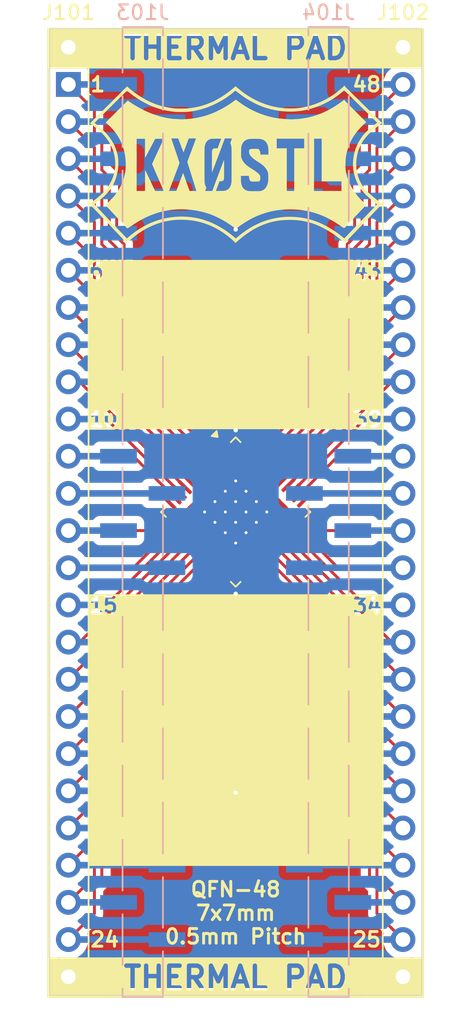
<source format=kicad_pcb>
(kicad_pcb (version 20241229) (generator "pcbnew") (generator_version "9.0")
  (layers (0 "F.Cu" signal) (2 "B.Cu" signal) (13 "F.Paste" user) (15 "B.Paste" user) (5 "F.SilkS" user "F.Silkscreen") (7 "B.SilkS" user "B.Silkscreen") (1 "F.Mask" user) (3 "B.Mask" user) (25 "Edge.Cuts" user))
  (net 0 "")
  (net 1 "/27")
  (net 2 "/10")
  (net 3 "/3")
  (net 4 "/6")
  (net 5 "/8")
  (net 6 "/1")
  (net 7 "/31")
  (net 8 "/7")
  (net 9 "/28")
  (net 10 "/2")
  (net 11 "/32")
  (net 12 "/24")
  (net 13 "/23")
  (net 14 "/19")
  (net 15 "/20")
  (net 16 "/18")
  (net 17 "/9")
  (net 18 "/14")
  (net 19 "/34")
  (net 20 "/26")
  (net 21 "/21")
  (net 22 "/16")
  (net 23 "/29")
  (net 24 "/15")
  (net 25 "/25")
  (net 26 "/30")
  (net 27 "/33")
  (net 28 "/17")
  (net 29 "/5")
  (net 30 "/4")
  (net 31 "/13")
  (net 32 "/12")
  (net 33 "/11")
  (net 34 "/22")
  (net 35 "/43")
  (net 36 "/40")
  (net 37 "/41")
  (net 38 "/48")
  (net 39 "/35")
  (net 40 "/37")
  (net 41 "/49")
  (net 42 "/45")
  (net 43 "/47")
  (net 44 "/39")
  (net 45 "/46")
  (net 46 "/44")
  (net 47 "/42")
  (net 48 "/38")
  (net 49 "/36")
  (footprint "Package_DFN_QFN:QFN-48-1EP_7x7mm_P0.5mm_EP3.5x3.5mm_ThermalVias" (layer "F.Cu") (at 138.43 120.65 -45)
    (property "Reference" "U101" (hide yes))
    (property "Value" "QFN-48")
  )
  (footprint "libraries:LogoSmall" (layer "F.Cu") (at 138.430934 96.897121)
    (property "Reference" "G***" (hide yes))
    (property "Value" "LOGO" (hide yes))
  )
  (footprint "Connector_PinHeader_2.54mm:PinHeader_1x26_P2.54mm_Vertical" (layer "F.Cu") (at 127 88.9)
    (property "Reference" "J101")
    (property "Value" "Conn_01x26")
  )
  (footprint "Connector_PinHeader_2.54mm:PinHeader_1x26_P2.54mm_Vertical" (layer "F.Cu") (at 149.86 88.9)
    (property "Reference" "J102")
    (property "Value" "Conn_01x26")
  )
  (footprint "Connector_PinHeader_2.54mm:PinHeader_1x26_P2.54mm_Vertical_SMD_Pin1Left" (layer "B.Cu") (at 132.08 120.65 180)
    (property "Reference" "J103")
    (property "Value" "Conn_01x26")
  )
  (footprint "Connector_PinHeader_2.54mm:PinHeader_1x26_P2.54mm_Vertical_SMD_Pin1Right" (layer "B.Cu") (at 144.78 120.65 180)
    (property "Reference" "J104")
    (property "Value" "Conn_01x26")
  )
  (gr_rect (start 125.603 151.12975) (end 130.683 153.797) (stroke (width 0.1)) (fill yes) (layer "F.SilkS"))
  (gr_rect (start 130.357355 106.256355) (end 146.453355 114.943355) (stroke (width 0.1)) (fill yes) (layer "F.SilkS"))
  (gr_rect (start 128.397 127.732) (end 148.463 144.78) (stroke (width 0.1)) (fill yes) (layer "F.SilkS"))
  (gr_rect (start 130.36975 89.89085) (end 146.1685 90.29725) (stroke (width 0.1)) (fill yes) (layer "F.SilkS"))
  (gr_rect (start 146.0415 151.12975) (end 151.24 153.797) (stroke (width 0.1)) (fill yes) (layer "F.SilkS"))
  (gr_rect (start 129.7855 87.63) (end 146.72725 87.8586) (stroke (width 0.1)) (fill yes) (layer "F.SilkS"))
  (gr_rect (start 130.4205 151.12975) (end 146.47325 151.3581) (stroke (width 0.1)) (fill yes) (layer "F.SilkS"))
  (gr_rect (start 129.48075 153.3906) (end 147.1845 153.797) (stroke (width 0.1)) (fill yes) (layer "F.SilkS"))
  (gr_rect (start 129.387 103.48) (end 146.483 112.167) (stroke (width 0.1)) (fill yes) (layer "F.SilkS"))
  (gr_rect (start 130.362 126.323) (end 146.418 135.01) (stroke (width 0.1)) (fill yes) (layer "F.SilkS"))
  (gr_rect (start 128.397 104.858) (end 148.463 113.545) (stroke (width 0.1)) (fill yes) (layer "F.SilkS"))
  (gr_rect (start 125.603 87.63) (end 130.683 90.29725) (stroke (width 0.1)) (fill yes) (layer "F.SilkS"))
  (gr_rect (start 146.05425 87.63) (end 151.24 90.29725) (stroke (width 0.1)) (fill yes) (layer "F.SilkS"))
  (gr_rect (start 125.73 87.63) (end 151.13 153.67) (stroke (width 0.05)) (fill no) (layer "Edge.Cuts"))
  (gr_text "34" (at 148.5 127.08 0) (layer "F.SilkS" knockout) (effects (font (size 1 1) (thickness 0.2) (bold yes)) (justify right)))
  (gr_text "48" (at 148.463 91.44 0) (layer "F.SilkS") (effects (font (size 1 1) (thickness 0.2) (bold yes)) (justify right)))
  (gr_text "25" (at 148.463 149.86 0) (layer "F.SilkS") (effects (font (size 1 1) (thickness 0.2) (bold yes)) (justify right)))
  (gr_text "10" (at 128.32 114.33 0) (layer "F.SilkS" knockout) (effects (font (size 1 1) (thickness 0.2) (bold yes)) (justify left)))
  (gr_text "QFN-48\n7x7mm\n0.5mm Pitch" (at 138.43 150.241 0) (layer "F.SilkS") (effects (font (size 1 1) (thickness 0.2) (bold yes)) (justify bottom)))
  (gr_text "43" (at 148.54 104.24 0) (layer "F.SilkS" knockout) (effects (font (size 1 1) (thickness 0.2) (bold yes)) (justify right)))
  (gr_text "15" (at 128.31 127.03 0) (layer "F.SilkS" knockout) (effects (font (size 1 1) (thickness 0.2) (bold yes)) (justify left)))
  (gr_text "THERMAL PAD" (at 138.4215 152.463375 0) (layer "F.SilkS" knockout) (effects (font (size 1.5 1.5) (thickness 0.3))))
  (gr_text "THERMAL PAD" (at 138.4215 88.963625 0) (layer "F.SilkS" knockout) (effects (font (size 1.5 1.5) (thickness 0.3))))
  (gr_text "6" (at 128.3 104.19 0) (layer "F.SilkS" knockout) (effects (font (size 1 1) (thickness 0.2) (bold yes)) (justify left)))
  (gr_text "39" (at 148.55 114.33 0) (layer "F.SilkS" knockout) (effects (font (size 1 1) (thickness 0.2) (bold yes)) (justify right)))
  (gr_text "1" (at 128.397 91.44 0) (layer "F.SilkS") (effects (font (size 1 1) (thickness 0.2) (bold yes)) (justify left)))
  (gr_text "24" (at 128.397 149.86 0) (layer "F.SilkS") (effects (font (size 1 1) (thickness 0.2) (bold yes)) (justify left)))
  (segment (start 146.05 132.08) (end 146.05 133.858) (width 0.2) (layer "F.Cu") (net 1))
  (segment (start 146.05 133.858) (end 146.558 134.366) (width 0.2) (layer "F.Cu") (net 1))
  (segment (start 148.082 141.224) (end 148.082 143.002) (width 0.2) (layer "F.Cu") (net 1))
  (segment (start 147.066 138.43) (end 147.574 138.938) (width 0.2) (layer "F.Cu") (net 1))
  (segment (start 146.558 134.366) (end 146.558 136.144) (width 0.2) (layer "F.Cu") (net 1))
  (segment (start 147.574 140.716) (end 148.082 141.224) (width 0.2) (layer "F.Cu") (net 1))
  (segment (start 146.558 136.144) (end 147.066 136.652) (width 0.2) (layer "F.Cu") (net 1))
  (segment (start 139.632082 124.326955) (end 145.542 130.236873) (width 0.2) (layer "F.Cu") (net 1))
  (segment (start 148.082 143.002) (end 149.86 144.78) (width 0.2) (layer "F.Cu") (net 1))
  (segment (start 145.542 131.572) (end 146.05 132.08) (width 0.2) (layer "F.Cu") (net 1))
  (segment (start 145.542 130.236873) (end 145.542 131.572) (width 0.2) (layer "F.Cu") (net 1))
  (segment (start 147.066 136.652) (end 147.066 138.43) (width 0.2) (layer "F.Cu") (net 1))
  (segment (start 147.574 138.938) (end 147.574 140.716) (width 0.2) (layer "F.Cu") (net 1))
  (segment (start 143.125 144.78) (end 149.86 144.78) (width 0.45) (layer "B.Cu") (net 1))
  (segment (start 134.753045 119.447918) (end 129.605127 114.3) (width 0.2) (layer "F.Cu") (net 2))
  (segment (start 129.605127 114.3) (end 127 114.3) (width 0.2) (layer "F.Cu") (net 2))
  (segment (start 133.735 114.3) (end 127 114.3) (width 0.45) (layer "B.Cu") (net 2))
  (segment (start 130.81 109.22) (end 130.81 107.442) (width 0.2) (layer "F.Cu") (net 3))
  (segment (start 130.81 107.442) (end 130.302 106.934) (width 0.2) (layer "F.Cu") (net 3))
  (segment (start 130.302 106.934) (end 130.302 105.156) (width 0.2) (layer "F.Cu") (net 3))
  (segment (start 129.286 102.362) (end 129.286 100.584) (width 0.2) (layer "F.Cu") (net 3))
  (segment (start 137.227918 116.973045) (end 131.318 111.063127) (width 0.2) (layer "F.Cu") (net 3))
  (segment (start 128.778 98.298) (end 127 96.52) (width 0.2) (layer "F.Cu") (net 3))
  (segment (start 131.318 109.728) (end 130.81 109.22) (width 0.2) (layer "F.Cu") (net 3))
  (segment (start 129.794 104.648) (end 129.794 102.87) (width 0.2) (layer "F.Cu") (net 3))
  (segment (start 128.778 100.076) (end 128.778 98.298) (width 0.2) (layer "F.Cu") (net 3))
  (segment (start 131.318 111.063127) (end 131.318 109.728) (width 0.2) (layer "F.Cu") (net 3))
  (segment (start 130.302 105.156) (end 129.794 104.648) (width 0.2) (layer "F.Cu") (net 3))
  (segment (start 129.286 100.584) (end 128.778 100.076) (width 0.2) (layer "F.Cu") (net 3))
  (segment (start 129.794 102.87) (end 129.286 102.362) (width 0.2) (layer "F.Cu") (net 3))
  (segment (start 127 96.52) (end 130.425 96.52) (width 0.45) (layer "B.Cu") (net 3))
  (segment (start 129.286 108.204) (end 128.778 107.696) (width 0.2) (layer "F.Cu") (net 4))
  (segment (start 128.778 105.918) (end 127 104.14) (width 0.2) (layer "F.Cu") (net 4))
  (segment (start 129.286 109.982) (end 129.286 108.204) (width 0.2) (layer "F.Cu") (net 4))
  (segment (start 128.778 107.696) (end 128.778 105.918) (width 0.2) (layer "F.Cu") (net 4))
  (segment (start 136.167258 118.033705) (end 129.794 111.660447) (width 0.2) (layer "F.Cu") (net 4))
  (segment (start 129.794 111.660447) (end 129.794 110.49) (width 0.2) (layer "F.Cu") (net 4))
  (segment (start 129.794 110.49) (end 129.286 109.982) (width 0.2) (layer "F.Cu") (net 4))
  (segment (start 133.735 104.14) (end 127 104.14) (width 0.45) (layer "B.Cu") (net 4))
  (segment (start 128.778 110.998) (end 127 109.22) (width 0.2) (layer "F.Cu") (net 5))
  (segment (start 128.778 112.05866) (end 128.778 110.998) (width 0.2) (layer "F.Cu") (net 5))
  (segment (start 135.460152 118.740812) (end 128.778 112.05866) (width 0.2) (layer "F.Cu") (net 5))
  (segment (start 133.735 109.22) (end 127 109.22) (width 0.45) (layer "B.Cu") (net 5))
  (segment (start 130.302 101.854) (end 130.302 100.076) (width 0.2) (layer "F.Cu") (net 6))
  (segment (start 129.794 97.79) (end 129.286 97.282) (width 0.2) (layer "F.Cu") (net 6))
  (segment (start 132.334 109.22) (end 131.826 108.712) (width 0.2) (layer "F.Cu") (net 6))
  (segment (start 132.334 110.664913) (end 132.334 109.22) (width 0.2) (layer "F.Cu") (net 6))
  (segment (start 129.286 95.504) (end 128.778 94.996) (width 0.2) (layer "F.Cu") (net 6))
  (segment (start 128.778 93.218) (end 127 91.44) (width 0.2) (layer "F.Cu") (net 6))
  (segment (start 131.318 104.648) (end 130.81 104.14) (width 0.2) (layer "F.Cu") (net 6))
  (segment (start 128.778 94.996) (end 128.778 93.218) (width 0.2) (layer "F.Cu") (net 6))
  (segment (start 130.81 102.362) (end 130.302 101.854) (width 0.2) (layer "F.Cu") (net 6))
  (segment (start 137.935025 116.265938) (end 132.334 110.664913) (width 0.2) (layer "F.Cu") (net 6))
  (segment (start 129.286 97.282) (end 129.286 95.504) (width 0.2) (layer "F.Cu") (net 6))
  (segment (start 130.81 104.14) (end 130.81 102.362) (width 0.2) (layer "F.Cu") (net 6))
  (segment (start 131.826 106.934) (end 131.318 106.426) (width 0.2) (layer "F.Cu") (net 6))
  (segment (start 131.826 108.712) (end 131.826 106.934) (width 0.2) (layer "F.Cu") (net 6))
  (segment (start 130.302 100.076) (end 129.794 99.568) (width 0.2) (layer "F.Cu") (net 6))
  (segment (start 131.318 106.426) (end 131.318 104.648) (width 0.2) (layer "F.Cu") (net 6))
  (segment (start 129.794 99.568) (end 129.794 97.79) (width 0.2) (layer "F.Cu") (net 6))
  (segment (start 127 91.44) (end 130.425 91.44) (width 0.45) (layer "B.Cu") (net 6))
  (segment (start 147.574 130.556) (end 148.082 131.064) (width 0.2) (layer "F.Cu") (net 7))
  (segment (start 147.574 129.440447) (end 147.574 130.556) (width 0.2) (layer "F.Cu") (net 7))
  (segment (start 148.082 131.064) (end 148.082 132.842) (width 0.2) (layer "F.Cu") (net 7))
  (segment (start 148.082 132.842) (end 149.86 134.62) (width 0.2) (layer "F.Cu") (net 7))
  (segment (start 141.046295 122.912742) (end 147.574 129.440447) (width 0.2) (layer "F.Cu") (net 7))
  (segment (start 143.125 134.62) (end 149.86 134.62) (width 0.45) (layer "B.Cu") (net 7))
  (segment (start 135.813705 118.387258) (end 129.286 111.859553) (width 0.2) (layer "F.Cu") (net 8))
  (segment (start 128.778 110.236) (end 128.778 108.458) (width 0.2) (layer "F.Cu") (net 8))
  (segment (start 128.778 108.458) (end 127 106.68) (width 0.2) (layer "F.Cu") (net 8))
  (segment (start 129.286 110.744) (end 128.778 110.236) (width 0.2) (layer "F.Cu") (net 8))
  (segment (start 129.286 111.859553) (end 129.286 110.744) (width 0.2) (layer "F.Cu") (net 8))
  (segment (start 127 106.68) (end 130.425 106.68) (width 0.45) (layer "B.Cu") (net 8))
  (segment (start 148.082 140.462) (end 149.86 142.24) (width 0.2) (layer "F.Cu") (net 9))
  (segment (start 146.05 131.318) (end 146.558 131.826) (width 0.2) (layer "F.Cu") (net 9))
  (segment (start 148.082 138.684) (end 148.082 140.462) (width 0.2) (layer "F.Cu") (net 9))
  (segment (start 146.558 133.604) (end 147.066 134.112) (width 0.2) (layer "F.Cu") (net 9))
  (segment (start 147.574 136.398) (end 147.574 138.176) (width 0.2) (layer "F.Cu") (net 9))
  (segment (start 147.066 135.89) (end 147.574 136.398) (width 0.2) (layer "F.Cu") (net 9))
  (segment (start 146.558 131.826) (end 146.558 133.604) (width 0.2) (layer "F.Cu") (net 9))
  (segment (start 147.574 138.176) (end 148.082 138.684) (width 0.2) (layer "F.Cu") (net 9))
  (segment (start 139.985635 123.973402) (end 146.05 130.037767) (width 0.2) (layer "F.Cu") (net 9))
  (segment (start 146.05 130.037767) (end 146.05 131.318) (width 0.2) (layer "F.Cu") (net 9))
  (segment (start 147.066 134.112) (end 147.066 135.89) (width 0.2) (layer "F.Cu") (net 9))
  (segment (start 149.86 142.24) (end 146.435 142.24) (width 0.45) (layer "B.Cu") (net 9))
  (segment (start 130.302 104.394) (end 130.302 102.616) (width 0.2) (layer "F.Cu") (net 10))
  (segment (start 128.778 95.758) (end 127 93.98) (width 0.2) (layer "F.Cu") (net 10))
  (segment (start 129.794 100.33) (end 129.286 99.822) (width 0.2) (layer "F.Cu") (net 10))
  (segment (start 131.318 108.966) (end 131.318 107.188) (width 0.2) (layer "F.Cu") (net 10))
  (segment (start 131.318 107.188) (end 130.81 106.68) (width 0.2) (layer "F.Cu") (net 10))
  (segment (start 130.81 104.902) (end 130.302 104.394) (width 0.2) (layer "F.Cu") (net 10))
  (segment (start 137.581472 116.619491) (end 131.826 110.864019) (width 0.2) (layer "F.Cu") (net 10))
  (segment (start 128.778 97.536) (end 128.778 95.758) (width 0.2) (layer "F.Cu") (net 10))
  (segment (start 130.302 102.616) (end 129.794 102.108) (width 0.2) (layer "F.Cu") (net 10))
  (segment (start 129.286 99.822) (end 129.286 98.044) (width 0.2) (layer "F.Cu") (net 10))
  (segment (start 129.794 102.108) (end 129.794 100.33) (width 0.2) (layer "F.Cu") (net 10))
  (segment (start 129.286 98.044) (end 128.778 97.536) (width 0.2) (layer "F.Cu") (net 10))
  (segment (start 131.826 109.474) (end 131.318 108.966) (width 0.2) (layer "F.Cu") (net 10))
  (segment (start 130.81 106.68) (end 130.81 104.902) (width 0.2) (layer "F.Cu") (net 10))
  (segment (start 131.826 110.864019) (end 131.826 109.474) (width 0.2) (layer "F.Cu") (net 10))
  (segment (start 133.735 93.98) (end 127 93.98) (width 0.45) (layer "B.Cu") (net 10))
  (segment (start 148.082 129.24134) (end 148.082 130.302) (width 0.2) (layer "F.Cu") (net 11))
  (segment (start 148.082 130.302) (end 149.86 132.08) (width 0.2) (layer "F.Cu") (net 11))
  (segment (start 141.399848 122.559188) (end 148.082 129.24134) (width 0.2) (layer "F.Cu") (net 11))
  (segment (start 149.86 132.08) (end 146.435 132.08) (width 0.45) (layer "B.Cu") (net 11))
  (segment (start 132.334 130.635087) (end 132.334 132.08) (width 0.2) (layer "F.Cu") (net 12))
  (segment (start 128.778 146.304) (end 128.778 148.082) (width 0.2) (layer "F.Cu") (net 12))
  (segment (start 130.302 139.446) (end 130.302 141.224) (width 0.2) (layer "F.Cu") (net 12))
  (segment (start 129.286 145.796) (end 128.778 146.304) (width 0.2) (layer "F.Cu") (net 12))
  (segment (start 132.334 132.08) (end 131.826 132.588) (width 0.2) (layer "F.Cu") (net 12))
  (segment (start 130.81 137.16) (end 130.81 138.938) (width 0.2) (layer "F.Cu") (net 12))
  (segment (start 131.318 136.652) (end 130.81 137.16) (width 0.2) (layer "F.Cu") (net 12))
  (segment (start 129.794 141.732) (end 129.794 143.51) (width 0.2) (layer "F.Cu") (net 12))
  (segment (start 129.286 144.018) (end 129.286 145.796) (width 0.2) (layer "F.Cu") (net 12))
  (segment (start 130.302 141.224) (end 129.794 141.732) (width 0.2) (layer "F.Cu") (net 12))
  (segment (start 131.318 134.874) (end 131.318 136.652) (width 0.2) (layer "F.Cu") (net 12))
  (segment (start 131.826 132.588) (end 131.826 134.366) (width 0.2) (layer "F.Cu") (net 12))
  (segment (start 130.81 138.938) (end 130.302 139.446) (width 0.2) (layer "F.Cu") (net 12))
  (segment (start 128.778 148.082) (end 127 149.86) (width 0.2) (layer "F.Cu") (net 12))
  (segment (start 129.794 143.51) (end 129.286 144.018) (width 0.2) (layer "F.Cu") (net 12))
  (segment (start 131.826 134.366) (end 131.318 134.874) (width 0.2) (layer "F.Cu") (net 12))
  (segment (start 137.935025 125.034062) (end 132.334 130.635087) (width 0.2) (layer "F.Cu") (net 12))
  (segment (start 127 149.86) (end 133.735 149.86) (width 0.45) (layer "B.Cu") (net 12))
  (segment (start 131.318 134.112) (end 130.81 134.62) (width 0.2) (layer "F.Cu") (net 13))
  (segment (start 129.794 140.97) (end 129.286 141.478) (width 0.2) (layer "F.Cu") (net 13))
  (segment (start 130.302 136.906) (end 130.302 138.684) (width 0.2) (layer "F.Cu") (net 13))
  (segment (start 129.286 143.256) (end 128.778 143.764) (width 0.2) (layer "F.Cu") (net 13))
  (segment (start 131.318 132.334) (end 131.318 134.112) (width 0.2) (layer "F.Cu") (net 13))
  (segment (start 129.794 139.192) (end 129.794 140.97) (width 0.2) (layer "F.Cu") (net 13))
  (segment (start 131.826 130.435981) (end 131.826 131.826) (width 0.2) (layer "F.Cu") (net 13))
  (segment (start 128.778 145.542) (end 127 147.32) (width 0.2) (layer "F.Cu") (net 13))
  (segment (start 130.81 134.62) (end 130.81 136.398) (width 0.2) (layer "F.Cu") (net 13))
  (segment (start 129.286 141.478) (end 129.286 143.256) (width 0.2) (layer "F.Cu") (net 13))
  (segment (start 137.581472 124.680509) (end 131.826 130.435981) (width 0.2) (layer "F.Cu") (net 13))
  (segment (start 128.778 143.764) (end 128.778 145.542) (width 0.2) (layer "F.Cu") (net 13))
  (segment (start 130.81 136.398) (end 130.302 136.906) (width 0.2) (layer "F.Cu") (net 13))
  (segment (start 130.302 138.684) (end 129.794 139.192) (width 0.2) (layer "F.Cu") (net 13))
  (segment (start 131.826 131.826) (end 131.318 132.334) (width 0.2) (layer "F.Cu") (net 13))
  (segment (start 130.425 147.32) (end 127 147.32) (width 0.45) (layer "B.Cu") (net 13))
  (segment (start 129.286 131.318) (end 129.286 133.096) (width 0.2) (layer "F.Cu") (net 14))
  (segment (start 128.778 133.604) (end 128.778 135.382) (width 0.2) (layer "F.Cu") (net 14))
  (segment (start 129.794 129.639553) (end 129.794 130.81) (width 0.2) (layer "F.Cu") (net 14))
  (segment (start 129.794 130.81) (end 129.286 131.318) (width 0.2) (layer "F.Cu") (net 14))
  (segment (start 128.778 135.382) (end 127 137.16) (width 0.2) (layer "F.Cu") (net 14))
  (segment (start 129.286 133.096) (end 128.778 133.604) (width 0.2) (layer "F.Cu") (net 14))
  (segment (start 136.167258 123.266295) (end 129.794 129.639553) (width 0.2) (layer "F.Cu") (net 14))
  (segment (start 127 137.16) (end 130.425 137.16) (width 0.45) (layer "B.Cu") (net 14))
  (segment (start 129.794 131.572) (end 129.794 133.35) (width 0.2) (layer "F.Cu") (net 15))
  (segment (start 129.286 135.636) (end 128.778 136.144) (width 0.2) (layer "F.Cu") (net 15))
  (segment (start 130.302 131.064) (end 129.794 131.572) (width 0.2) (layer "F.Cu") (net 15))
  (segment (start 128.778 137.922) (end 127 139.7) (width 0.2) (layer "F.Cu") (net 15))
  (segment (start 129.286 133.858) (end 129.286 135.636) (width 0.2) (layer "F.Cu") (net 15))
  (segment (start 136.520812 123.619848) (end 130.302 129.83866) (width 0.2) (layer "F.Cu") (net 15))
  (segment (start 129.794 133.35) (end 129.286 133.858) (width 0.2) (layer "F.Cu") (net 15))
  (segment (start 130.302 129.83866) (end 130.302 131.064) (width 0.2) (layer "F.Cu") (net 15))
  (segment (start 128.778 136.144) (end 128.778 137.922) (width 0.2) (layer "F.Cu") (net 15))
  (segment (start 133.735 139.7) (end 127 139.7) (width 0.45) (layer "B.Cu") (net 15))
  (segment (start 135.813705 122.912742) (end 129.286 129.440447) (width 0.2) (layer "F.Cu") (net 16))
  (segment (start 129.286 130.556) (end 128.778 131.064) (width 0.2) (layer "F.Cu") (net 16))
  (segment (start 128.778 131.064) (end 128.778 132.842) (width 0.2) (layer "F.Cu") (net 16))
  (segment (start 129.286 129.440447) (end 129.286 130.556) (width 0.2) (layer "F.Cu") (net 16))
  (segment (start 128.778 132.842) (end 127 134.62) (width 0.2) (layer "F.Cu") (net 16))
  (segment (start 133.735 134.62) (end 127 134.62) (width 0.45) (layer "B.Cu") (net 16))
  (segment (start 127.772233 111.76) (end 127 111.76) (width 0.2) (layer "F.Cu") (net 17))
  (segment (start 135.106598 119.094365) (end 127.772233 111.76) (width 0.2) (layer "F.Cu") (net 17))
  (segment (start 127 111.76) (end 130.425 111.76) (width 0.45) (layer "B.Cu") (net 17))
  (segment (start 134.399491 121.498528) (end 131.438019 124.46) (width 0.2) (layer "F.Cu") (net 18))
  (segment (start 131.438019 124.46) (end 127 124.46) (width 0.2) (layer "F.Cu") (net 18))
  (segment (start 133.735 124.46) (end 127 124.46) (width 0.45) (layer "B.Cu") (net 18))
  (segment (start 147.254873 127) (end 149.86 127) (width 0.2) (layer "F.Cu") (net 19))
  (segment (start 142.106955 121.852082) (end 147.254873 127) (width 0.2) (layer "F.Cu") (net 19))
  (segment (start 149.86 127) (end 146.435 127) (width 0.45) (layer "B.Cu") (net 19))
  (segment (start 139.278528 124.680509) (end 145.034 130.435981) (width 0.2) (layer "F.Cu") (net 20))
  (segment (start 145.034 131.826) (end 145.542 132.334) (width 0.2) (layer "F.Cu") (net 20))
  (segment (start 147.066 139.192) (end 147.066 140.97) (width 0.2) (layer "F.Cu") (net 20))
  (segment (start 146.558 138.684) (end 147.066 139.192) (width 0.2) (layer "F.Cu") (net 20))
  (segment (start 146.558 136.906) (end 146.558 138.684) (width 0.2) (layer "F.Cu") (net 20))
  (segment (start 145.034 130.435981) (end 145.034 131.826) (width 0.2) (layer "F.Cu") (net 20))
  (segment (start 148.082 145.542) (end 149.86 147.32) (width 0.2) (layer "F.Cu") (net 20))
  (segment (start 146.05 136.398) (end 146.558 136.906) (width 0.2) (layer "F.Cu") (net 20))
  (segment (start 148.082 143.764) (end 148.082 145.542) (width 0.2) (layer "F.Cu") (net 20))
  (segment (start 147.574 141.478) (end 147.574 143.256) (width 0.2) (layer "F.Cu") (net 20))
  (segment (start 146.05 134.62) (end 146.05 136.398) (width 0.2) (layer "F.Cu") (net 20))
  (segment (start 147.066 140.97) (end 147.574 141.478) (width 0.2) (layer "F.Cu") (net 20))
  (segment (start 145.542 134.112) (end 146.05 134.62) (width 0.2) (layer "F.Cu") (net 20))
  (segment (start 145.542 132.334) (end 145.542 134.112) (width 0.2) (layer "F.Cu") (net 20))
  (segment (start 147.574 143.256) (end 148.082 143.764) (width 0.2) (layer "F.Cu") (net 20))
  (segment (start 149.86 147.32) (end 146.435 147.32) (width 0.45) (layer "B.Cu") (net 20))
  (segment (start 130.81 130.037767) (end 130.81 131.318) (width 0.2) (layer "F.Cu") (net 21))
  (segment (start 129.794 135.89) (end 129.286 136.398) (width 0.2) (layer "F.Cu") (net 21))
  (segment (start 130.302 131.826) (end 130.302 133.604) (width 0.2) (layer "F.Cu") (net 21))
  (segment (start 130.81 131.318) (end 130.302 131.826) (width 0.2) (layer "F.Cu") (net 21))
  (segment (start 129.286 138.176) (end 128.778 138.684) (width 0.2) (layer "F.Cu") (net 21))
  (segment (start 136.874365 123.973402) (end 130.81 130.037767) (width 0.2) (layer "F.Cu") (net 21))
  (segment (start 128.778 140.462) (end 127 142.24) (width 0.2) (layer "F.Cu") (net 21))
  (segment (start 130.302 133.604) (end 129.794 134.112) (width 0.2) (layer "F.Cu") (net 21))
  (segment (start 129.286 136.398) (end 129.286 138.176) (width 0.2) (layer "F.Cu") (net 21))
  (segment (start 128.778 138.684) (end 128.778 140.462) (width 0.2) (layer "F.Cu") (net 21))
  (segment (start 129.794 134.112) (end 129.794 135.89) (width 0.2) (layer "F.Cu") (net 21))
  (segment (start 127 142.24) (end 130.425 142.24) (width 0.45) (layer "B.Cu") (net 21))
  (segment (start 135.106598 122.205635) (end 127.772233 129.54) (width 0.2) (layer "F.Cu") (net 22))
  (segment (start 127.772233 129.54) (end 127 129.54) (width 0.2) (layer "F.Cu") (net 22))
  (segment (start 133.735 129.54) (end 127 129.54) (width 0.45) (layer "B.Cu") (net 22))
  (segment (start 148.082 136.144) (end 148.082 137.922) (width 0.2) (layer "F.Cu") (net 23))
  (segment (start 147.066 131.572) (end 147.066 133.35) (width 0.2) (layer "F.Cu") (net 23))
  (segment (start 148.082 137.922) (end 149.86 139.7) (width 0.2) (layer "F.Cu") (net 23))
  (segment (start 140.339188 123.619848) (end 146.558 129.83866) (width 0.2) (layer "F.Cu") (net 23))
  (segment (start 146.558 131.064) (end 147.066 131.572) (width 0.2) (layer "F.Cu") (net 23))
  (segment (start 147.574 133.858) (end 147.574 135.636) (width 0.2) (layer "F.Cu") (net 23))
  (segment (start 147.066 133.35) (end 147.574 133.858) (width 0.2) (layer "F.Cu") (net 23))
  (segment (start 146.558 129.83866) (end 146.558 131.064) (width 0.2) (layer "F.Cu") (net 23))
  (segment (start 147.574 135.636) (end 148.082 136.144) (width 0.2) (layer "F.Cu") (net 23))
  (segment (start 143.125 139.7) (end 149.86 139.7) (width 0.45) (layer "B.Cu") (net 23))
  (segment (start 134.753045 121.852082) (end 129.605127 127) (width 0.2) (layer "F.Cu") (net 24))
  (segment (start 129.605127 127) (end 127 127) (width 0.2) (layer "F.Cu") (net 24))
  (segment (start 127 127) (end 130.425 127) (width 0.45) (layer "B.Cu") (net 24))
  (segment (start 147.066 141.732) (end 147.066 143.51) (width 0.2) (layer "F.Cu") (net 25))
  (segment (start 145.034 132.588) (end 145.034 134.366) (width 0.2) (layer "F.Cu") (net 25))
  (segment (start 138.924975 125.034062) (end 144.526 130.635087) (width 0.2) (layer "F.Cu") (net 25))
  (segment (start 145.034 134.366) (end 145.542 134.874) (width 0.2) (layer "F.Cu") (net 25))
  (segment (start 148.082 146.304) (end 148.082 148.082) (width 0.2) (layer "F.Cu") (net 25))
  (segment (start 146.05 137.16) (end 146.05 138.938) (width 0.2) (layer "F.Cu") (net 25))
  (segment (start 145.542 134.874) (end 145.542 136.652) (width 0.2) (layer "F.Cu") (net 25))
  (segment (start 148.082 148.082) (end 149.86 149.86) (width 0.2) (layer "F.Cu") (net 25))
  (segment (start 147.574 145.796) (end 148.082 146.304) (width 0.2) (layer "F.Cu") (net 25))
  (segment (start 146.558 139.446) (end 146.558 141.224) (width 0.2) (layer "F.Cu") (net 25))
  (segment (start 144.526 130.635087) (end 144.526 132.08) (width 0.2) (layer "F.Cu") (net 25))
  (segment (start 146.05 138.938) (end 146.558 139.446) (width 0.2) (layer "F.Cu") (net 25))
  (segment (start 147.066 143.51) (end 147.574 144.018) (width 0.2) (layer "F.Cu") (net 25))
  (segment (start 145.542 136.652) (end 146.05 137.16) (width 0.2) (layer "F.Cu") (net 25))
  (segment (start 147.574 144.018) (end 147.574 145.796) (width 0.2) (layer "F.Cu") (net 25))
  (segment (start 146.558 141.224) (end 147.066 141.732) (width 0.2) (layer "F.Cu") (net 25))
  (segment (start 144.526 132.08) (end 145.034 132.588) (width 0.2) (layer "F.Cu") (net 25))
  (segment (start 143.125 149.86) (end 149.86 149.86) (width 0.45) (layer "B.Cu") (net 25))
  (segment (start 147.574 133.096) (end 148.082 133.604) (width 0.2) (layer "F.Cu") (net 26))
  (segment (start 140.692742 123.266295) (end 147.066 129.639553) (width 0.2) (layer "F.Cu") (net 26))
  (segment (start 147.574 131.318) (end 147.574 133.096) (width 0.2) (layer "F.Cu") (net 26))
  (segment (start 148.082 133.604) (end 148.082 135.382) (width 0.2) (layer "F.Cu") (net 26))
  (segment (start 147.066 130.81) (end 147.574 131.318) (width 0.2) (layer "F.Cu") (net 26))
  (segment (start 147.066 129.639553) (end 147.066 130.81) (width 0.2) (layer "F.Cu") (net 26))
  (segment (start 148.082 135.382) (end 149.86 137.16) (width 0.2) (layer "F.Cu") (net 26))
  (segment (start 149.86 137.16) (end 146.435 137.16) (width 0.45) (layer "B.Cu") (net 26))
  (segment (start 141.753402 122.205635) (end 149.087767 129.54) (width 0.2) (layer "F.Cu") (net 27))
  (segment (start 149.087767 129.54) (end 149.86 129.54) (width 0.2) (layer "F.Cu") (net 27))
  (segment (start 143.125 129.54) (end 149.86 129.54) (width 0.45) (layer "B.Cu") (net 27))
  (segment (start 128.778 130.302) (end 127 132.08) (width 0.2) (layer "F.Cu") (net 28))
  (segment (start 128.778 129.24134) (end 128.778 130.302) (width 0.2) (layer "F.Cu") (net 28))
  (segment (start 135.460152 122.559188) (end 128.778 129.24134) (width 0.2) (layer "F.Cu") (net 28))
  (segment (start 127 132.08) (end 130.425 132.08) (width 0.45) (layer "B.Cu") (net 28))
  (segment (start 130.302 110.236) (end 129.794 109.728) (width 0.2) (layer "F.Cu") (net 29))
  (segment (start 129.794 109.728) (end 129.794 107.95) (width 0.2) (layer "F.Cu") (net 29))
  (segment (start 136.520812 117.680152) (end 130.302 111.46134) (width 0.2) (layer "F.Cu") (net 29))
  (segment (start 128.778 105.156) (end 128.778 103.378) (width 0.2) (layer "F.Cu") (net 29))
  (segment (start 128.778 103.378) (end 127 101.6) (width 0.2) (layer "F.Cu") (net 29))
  (segment (start 129.794 107.95) (end 129.286 107.442) (width 0.2) (layer "F.Cu") (net 29))
  (segment (start 130.302 111.46134) (end 130.302 110.236) (width 0.2) (layer "F.Cu") (net 29))
  (segment (start 129.286 107.442) (end 129.286 105.664) (width 0.2) (layer "F.Cu") (net 29))
  (segment (start 129.286 105.664) (end 128.778 105.156) (width 0.2) (layer "F.Cu") (net 29))
  (segment (start 127 101.6) (end 130.425 101.6) (width 0.45) (layer "B.Cu") (net 29))
  (segment (start 130.81 111.262233) (end 130.81 109.982) (width 0.2) (layer "F.Cu") (net 30))
  (segment (start 136.874365 117.326598) (end 130.81 111.262233) (width 0.2) (layer "F.Cu") (net 30))
  (segment (start 130.81 109.982) (end 130.302 109.474) (width 0.2) (layer "F.Cu") (net 30))
  (segment (start 129.286 103.124) (end 128.778 102.616) (width 0.2) (layer "F.Cu") (net 30))
  (segment (start 130.302 107.696) (end 129.794 107.188) (width 0.2) (layer "F.Cu") (net 30))
  (segment (start 129.794 107.188) (end 129.794 105.41) (width 0.2) (layer "F.Cu") (net 30))
  (segment (start 129.794 105.41) (end 129.286 104.902) (width 0.2) (layer "F.Cu") (net 30))
  (segment (start 129.286 104.902) (end 129.286 103.124) (width 0.2) (layer "F.Cu") (net 30))
  (segment (start 128.778 102.616) (end 128.778 100.838) (width 0.2) (layer "F.Cu") (net 30))
  (segment (start 130.302 109.474) (end 130.302 107.696) (width 0.2) (layer "F.Cu") (net 30))
  (segment (start 128.778 100.838) (end 127 99.06) (width 0.2) (layer "F.Cu") (net 30))
  (segment (start 133.735 99.06) (end 127 99.06) (width 0.45) (layer "B.Cu") (net 30))
  (segment (start 134.045938 121.144975) (end 133.270913 121.92) (width 0.2) (layer "F.Cu") (net 31))
  (segment (start 133.270913 121.92) (end 127 121.92) (width 0.2) (layer "F.Cu") (net 31))
  (segment (start 127 121.92) (end 130.425 121.92) (width 0.45) (layer "B.Cu") (net 31))
  (segment (start 133.270913 119.38) (end 127 119.38) (width 0.2) (layer "F.Cu") (net 32))
  (segment (start 134.045938 120.155025) (end 133.270913 119.38) (width 0.2) (layer "F.Cu") (net 32))
  (segment (start 133.735 119.38) (end 127 119.38) (width 0.45) (layer "B.Cu") (net 32))
  (segment (start 134.399491 119.801472) (end 131.438019 116.84) (width 0.2) (layer "F.Cu") (net 33))
  (segment (start 131.438019 116.84) (end 127 116.84) (width 0.2) (layer "F.Cu") (net 33))
  (segment (start 127 116.84) (end 130.425 116.84) (width 0.45) (layer "B.Cu") (net 33))
  (segment (start 128.778 141.224) (end 128.778 143.002) (width 0.2) (layer "F.Cu") (net 34))
  (segment (start 129.286 140.716) (end 128.778 141.224) (width 0.2) (layer "F.Cu") (net 34))
  (segment (start 130.81 133.858) (end 130.302 134.366) (width 0.2) (layer "F.Cu") (net 34))
  (segment (start 137.227918 124.326955) (end 131.318 130.236873) (width 0.2) (layer "F.Cu") (net 34))
  (segment (start 131.318 131.572) (end 130.81 132.08) (width 0.2) (layer "F.Cu") (net 34))
  (segment (start 130.302 136.144) (end 129.794 136.652) (width 0.2) (layer "F.Cu") (net 34))
  (segment (start 130.302 134.366) (end 130.302 136.144) (width 0.2) (layer "F.Cu") (net 34))
  (segment (start 129.286 138.938) (end 129.286 140.716) (width 0.2) (layer "F.Cu") (net 34))
  (segment (start 129.794 136.652) (end 129.794 138.43) (width 0.2) (layer "F.Cu") (net 34))
  (segment (start 129.794 138.43) (end 129.286 138.938) (width 0.2) (layer "F.Cu") (net 34))
  (segment (start 128.778 143.002) (end 127 144.78) (width 0.2) (layer "F.Cu") (net 34))
  (segment (start 130.81 132.08) (end 130.81 133.858) (width 0.2) (layer "F.Cu") (net 34))
  (segment (start 131.318 130.236873) (end 131.318 131.572) (width 0.2) (layer "F.Cu") (net 34))
  (segment (start 133.735 144.78) (end 127 144.78) (width 0.45) (layer "B.Cu") (net 34))
  (segment (start 148.082 105.918) (end 149.86 104.14) (width 0.2) (layer "F.Cu") (net 35))
  (segment (start 147.066 111.660447) (end 147.066 110.49) (width 0.2) (layer "F.Cu") (net 35))
  (segment (start 148.082 107.696) (end 148.082 105.918) (width 0.2) (layer "F.Cu") (net 35))
  (segment (start 147.574 109.982) (end 147.574 108.204) (width 0.2) (layer "F.Cu") (net 35))
  (segment (start 140.692742 118.033705) (end 147.066 111.660447) (width 0.2) (layer "F.Cu") (net 35))
  (segment (start 147.574 108.204) (end 148.082 107.696) (width 0.2) (layer "F.Cu") (net 35))
  (segment (start 147.066 110.49) (end 147.574 109.982) (width 0.2) (layer "F.Cu") (net 35))
  (segment (start 143.125 104.14) (end 149.86 104.14) (width 0.45) (layer "B.Cu") (net 35))
  (segment (start 149.087767 111.76) (end 149.86 111.76) (width 0.2) (layer "F.Cu") (net 36))
  (segment (start 141.753402 119.094365) (end 149.087767 111.76) (width 0.2) (layer "F.Cu") (net 36))
  (segment (start 149.86 111.76) (end 146.435 111.76) (width 0.45) (layer "B.Cu") (net 36))
  (segment (start 141.399848 118.740812) (end 148.082 112.05866) (width 0.2) (layer "F.Cu") (net 37))
  (segment (start 148.082 110.998) (end 149.86 109.22) (width 0.2) (layer "F.Cu") (net 37))
  (segment (start 148.082 112.05866) (end 148.082 110.998) (width 0.2) (layer "F.Cu") (net 37))
  (segment (start 143.125 109.22) (end 149.86 109.22) (width 0.45) (layer "B.Cu") (net 37))
  (segment (start 146.558 101.854) (end 146.558 100.076) (width 0.2) (layer "F.Cu") (net 38))
  (segment (start 146.05 104.14) (end 146.05 102.362) (width 0.2) (layer "F.Cu") (net 38))
  (segment (start 146.558 100.076) (end 147.066 99.568) (width 0.2) (layer "F.Cu") (net 38))
  (segment (start 138.924975 116.265938) (end 144.526 110.664913) (width 0.2) (layer "F.Cu") (net 38))
  (segment (start 145.542 104.648) (end 146.05 104.14) (width 0.2) (layer "F.Cu") (net 38))
  (segment (start 147.574 95.504) (end 148.082 94.996) (width 0.2) (layer "F.Cu") (net 38))
  (segment (start 145.034 106.934) (end 145.542 106.426) (width 0.2) (layer "F.Cu") (net 38))
  (segment (start 148.082 94.996) (end 148.082 93.218) (width 0.2) (layer "F.Cu") (net 38))
  (segment (start 145.542 106.426) (end 145.542 104.648) (width 0.2) (layer "F.Cu") (net 38))
  (segment (start 147.066 99.568) (end 147.066 97.79) (width 0.2) (layer "F.Cu") (net 38))
  (segment (start 145.034 108.712) (end 145.034 106.934) (width 0.2) (layer "F.Cu") (net 38))
  (segment (start 148.082 93.218) (end 149.86 91.44) (width 0.2) (layer "F.Cu") (net 38))
  (segment (start 147.574 97.282) (end 147.574 95.504) (width 0.2) (layer "F.Cu") (net 38))
  (segment (start 146.05 102.362) (end 146.558 101.854) (width 0.2) (layer "F.Cu") (net 38))
  (segment (start 147.066 97.79) (end 147.574 97.282) (width 0.2) (layer "F.Cu") (net 38))
  (segment (start 144.526 110.664913) (end 144.526 109.22) (width 0.2) (layer "F.Cu") (net 38))
  (segment (start 144.526 109.22) (end 145.034 108.712) (width 0.2) (layer "F.Cu") (net 38))
  (segment (start 149.86 91.44) (end 146.435 91.44) (width 0.45) (layer "B.Cu") (net 38))
  (segment (start 142.460509 121.498528) (end 145.421981 124.46) (width 0.2) (layer "F.Cu") (net 39))
  (segment (start 145.421981 124.46) (end 149.86 124.46) (width 0.2) (layer "F.Cu") (net 39))
  (segment (start 143.125 124.46) (end 149.86 124.46) (width 0.45) (layer "B.Cu") (net 39))
  (segment (start 143.589087 119.38) (end 149.86 119.38) (width 0.2) (layer "F.Cu") (net 40))
  (segment (start 142.814062 120.155025) (end 143.589087 119.38) (width 0.2) (layer "F.Cu") (net 40))
  (segment (start 143.125 119.38) (end 149.86 119.38) (width 0.45) (layer "B.Cu") (net 40))
  (via (at 138.43 101.346) (size 0.6) (drill 0.3) (layers "F.Cu" "B.Cu") (net 41))
  (via (at 138.43 139.827) (size 0.6) (drill 0.3) (layers "F.Cu" "B.Cu") (net 41))
  (via (at 138.43 115.062) (size 0.6) (drill 0.3) (layers "F.Cu" "B.Cu") (net 41))
  (via (at 138.43 126.238) (size 0.6) (drill 0.3) (layers "F.Cu" "B.Cu") (net 41))
  (segment (start 133.735 88.9) (end 127 88.9) (width 0.45) (layer "B.Cu") (net 41))
  (segment (start 143.125 88.9) (end 149.86 88.9) (width 0.45) (layer "B.Cu") (net 41))
  (segment (start 130.425 152.4) (end 127 152.4) (width 0.45) (layer "B.Cu") (net 41))
  (segment (start 146.435 152.4) (end 149.86 152.4) (width 0.45) (layer "B.Cu") (net 41))
  (segment (start 146.05 111.262233) (end 146.05 109.982) (width 0.2) (layer "F.Cu") (net 42))
  (segment (start 147.066 107.188) (end 147.066 105.41) (width 0.2) (layer "F.Cu") (net 42))
  (segment (start 147.066 105.41) (end 147.574 104.902) (width 0.2) (layer "F.Cu") (net 42))
  (segment (start 148.082 102.616) (end 148.082 100.838) (width 0.2) (layer "F.Cu") (net 42))
  (segment (start 147.574 104.902) (end 147.574 103.124) (width 0.2) (layer "F.Cu") (net 42))
  (segment (start 148.082 100.838) (end 149.86 99.06) (width 0.2) (layer "F.Cu") (net 42))
  (segment (start 139.985635 117.326598) (end 146.05 111.262233) (width 0.2) (layer "F.Cu") (net 42))
  (segment (start 146.558 109.474) (end 146.558 107.696) (width 0.2) (layer "F.Cu") (net 42))
  (segment (start 147.574 103.124) (end 148.082 102.616) (width 0.2) (layer "F.Cu") (net 42))
  (segment (start 146.558 107.696) (end 147.066 107.188) (width 0.2) (layer "F.Cu") (net 42))
  (segment (start 146.05 109.982) (end 146.558 109.474) (width 0.2) (layer "F.Cu") (net 42))
  (segment (start 143.125 99.06) (end 149.86 99.06) (width 0.45) (layer "B.Cu") (net 42))
  (segment (start 139.278528 116.619491) (end 145.034 110.864019) (width 0.2) (layer "F.Cu") (net 43))
  (segment (start 145.542 107.188) (end 146.05 106.68) (width 0.2) (layer "F.Cu") (net 43))
  (segment (start 145.034 109.474) (end 145.542 108.966) (width 0.2) (layer "F.Cu") (net 43))
  (segment (start 146.05 104.902) (end 146.558 104.394) (width 0.2) (layer "F.Cu") (net 43))
  (segment (start 148.082 97.536) (end 148.082 95.758) (width 0.2) (layer "F.Cu") (net 43))
  (segment (start 147.574 99.822) (end 147.574 98.044) (width 0.2) (layer "F.Cu") (net 43))
  (segment (start 145.034 110.864019) (end 145.034 109.474) (width 0.2) (layer "F.Cu") (net 43))
  (segment (start 147.066 102.108) (end 147.066 100.33) (width 0.2) (layer "F.Cu") (net 43))
  (segment (start 146.05 106.68) (end 146.05 104.902) (width 0.2) (layer "F.Cu") (net 43))
  (segment (start 145.542 108.966) (end 145.542 107.188) (width 0.2) (layer "F.Cu") (net 43))
  (segment (start 147.574 98.044) (end 148.082 97.536) (width 0.2) (layer "F.Cu") (net 43))
  (segment (start 146.558 104.394) (end 146.558 102.616) (width 0.2) (layer "F.Cu") (net 43))
  (segment (start 148.082 95.758) (end 149.86 93.98) (width 0.2) (layer "F.Cu") (net 43))
  (segment (start 146.558 102.616) (end 147.066 102.108) (width 0.2) (layer "F.Cu") (net 43))
  (segment (start 147.066 100.33) (end 147.574 99.822) (width 0.2) (layer "F.Cu") (net 43))
  (segment (start 143.125 93.98) (end 149.86 93.98) (width 0.45) (layer "B.Cu") (net 43))
  (segment (start 142.106955 119.447918) (end 147.254873 114.3) (width 0.2) (layer "F.Cu") (net 44))
  (segment (start 147.254873 114.3) (end 149.86 114.3) (width 0.2) (layer "F.Cu") (net 44))
  (segment (start 143.125 114.3) (end 149.86 114.3) (width 0.45) (layer "B.Cu") (net 44))
  (segment (start 145.542 111.063127) (end 145.542 109.728) (width 0.2) (layer "F.Cu") (net 45))
  (segment (start 146.05 109.22) (end 146.05 107.442) (width 0.2) (layer "F.Cu") (net 45))
  (segment (start 148.082 98.298) (end 149.86 96.52) (width 0.2) (layer "F.Cu") (net 45))
  (segment (start 146.558 106.934) (end 146.558 105.156) (width 0.2) (layer "F.Cu") (net 45))
  (segment (start 147.574 100.584) (end 148.082 100.076) (width 0.2) (layer "F.Cu") (net 45))
  (segment (start 147.066 104.648) (end 147.066 102.87) (width 0.2) (layer "F.Cu") (net 45))
  (segment (start 139.632082 116.973045) (end 145.542 111.063127) (width 0.2) (layer "F.Cu") (net 45))
  (segment (start 148.082 100.076) (end 148.082 98.298) (width 0.2) (layer "F.Cu") (net 45))
  (segment (start 146.05 107.442) (end 146.558 106.934) (width 0.2) (layer "F.Cu") (net 45))
  (segment (start 145.542 109.728) (end 146.05 109.22) (width 0.2) (layer "F.Cu") (net 45))
  (segment (start 146.558 105.156) (end 147.066 104.648) (width 0.2) (layer "F.Cu") (net 45))
  (segment (start 147.066 102.87) (end 147.574 102.362) (width 0.2) (layer "F.Cu") (net 45))
  (segment (start 147.574 102.362) (end 147.574 100.584) (width 0.2) (layer "F.Cu") (net 45))
  (segment (start 149.86 96.52) (end 146.435 96.52) (width 0.45) (layer "B.Cu") (net 45))
  (segment (start 147.066 109.728) (end 147.066 107.95) (width 0.2) (layer "F.Cu") (net 46))
  (segment (start 140.339188 117.680152) (end 146.558 111.46134) (width 0.2) (layer "F.Cu") (net 46))
  (segment (start 146.558 110.236) (end 147.066 109.728) (width 0.2) (layer "F.Cu") (net 46))
  (segment (start 146.558 111.46134) (end 146.558 110.236) (width 0.2) (layer "F.Cu") (net 46))
  (segment (start 147.066 107.95) (end 147.574 107.442) (width 0.2) (layer "F.Cu") (net 46))
  (segment (start 147.574 107.442) (end 147.574 105.664) (width 0.2) (layer "F.Cu") (net 46))
  (segment (start 148.082 103.378) (end 149.86 101.6) (width 0.2) (layer "F.Cu") (net 46))
  (segment (start 148.082 105.156) (end 148.082 103.378) (width 0.2) (layer "F.Cu") (net 46))
  (segment (start 147.574 105.664) (end 148.082 105.156) (width 0.2) (layer "F.Cu") (net 46))
  (segment (start 149.86 101.6) (end 146.435 101.6) (width 0.45) (layer "B.Cu") (net 46))
  (segment (start 148.082 108.458) (end 149.86 106.68) (width 0.2) (layer "F.Cu") (net 47))
  (segment (start 141.046295 118.387258) (end 147.574 111.859553) (width 0.2) (layer "F.Cu") (net 47))
  (segment (start 147.574 111.859553) (end 147.574 110.744) (width 0.2) (layer "F.Cu") (net 47))
  (segment (start 147.574 110.744) (end 148.082 110.236) (width 0.2) (layer "F.Cu") (net 47))
  (segment (start 148.082 110.236) (end 148.082 108.458) (width 0.2) (layer "F.Cu") (net 47))
  (segment (start 149.86 106.68) (end 146.435 106.68) (width 0.45) (layer "B.Cu") (net 47))
  (segment (start 142.460509 119.801472) (end 145.421981 116.84) (width 0.2) (layer "F.Cu") (net 48))
  (segment (start 145.421981 116.84) (end 149.86 116.84) (width 0.2) (layer "F.Cu") (net 48))
  (segment (start 149.86 116.84) (end 146.435 116.84) (width 0.45) (layer "B.Cu") (net 48))
  (segment (start 142.814062 121.144975) (end 143.589087 121.92) (width 0.2) (layer "F.Cu") (net 49))
  (segment (start 143.589087 121.92) (end 149.86 121.92) (width 0.2) (layer "F.Cu") (net 49))
  (segment (start 149.86 121.92) (end 146.435 121.92) (width 0.45) (layer "B.Cu") (net 49))
  (zone (net 41) (net_name "/49") (layers "F.Cu" "B.Cu") (priority 1) (connect_pads yes (clearance 0.5)) (min_thickness 0.25) (fill yes (thermal_gap 0.5) (thermal_bridge_width 0.5))
    (polygon (pts (xy 125.73 87.63) (xy 151.13 87.63) (xy 151.13 153.67) (xy 125.73 153.67)))
  )
)
</source>
